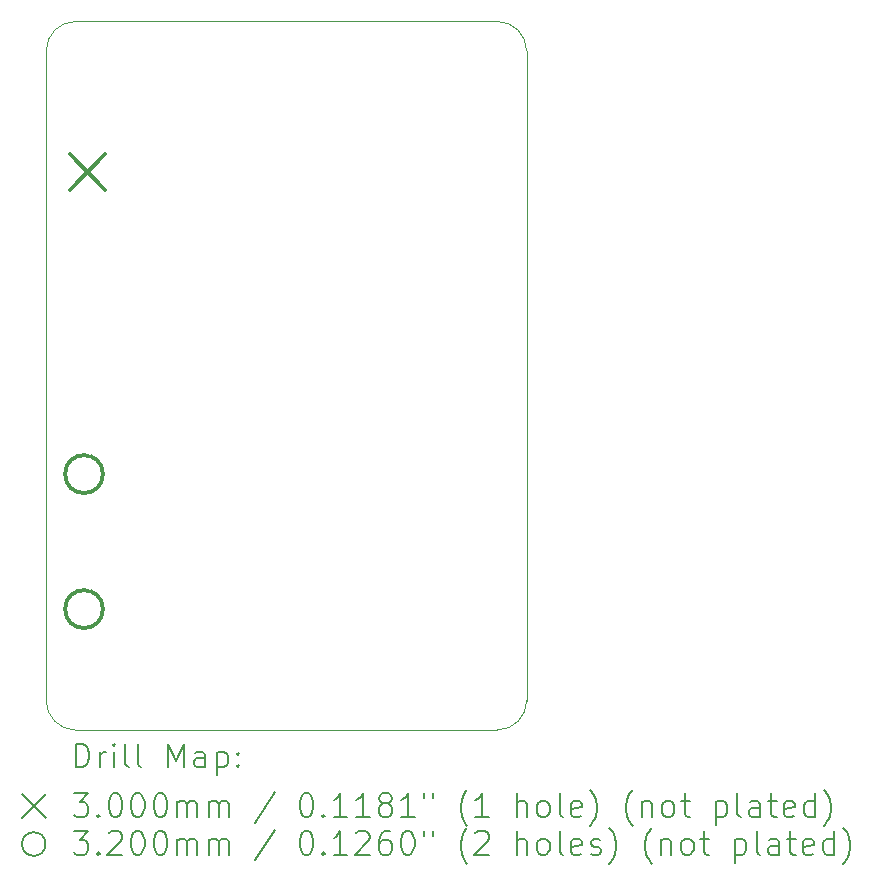
<source format=gbr>
%TF.GenerationSoftware,KiCad,Pcbnew,6.0.7*%
%TF.CreationDate,2022-09-24T12:22:22-05:00*%
%TF.ProjectId,Penguinator-Glue-Board,50656e67-7569-46e6-9174-6f722d476c75,rev?*%
%TF.SameCoordinates,Original*%
%TF.FileFunction,Drillmap*%
%TF.FilePolarity,Positive*%
%FSLAX45Y45*%
G04 Gerber Fmt 4.5, Leading zero omitted, Abs format (unit mm)*
G04 Created by KiCad (PCBNEW 6.0.7) date 2022-09-24 12:22:22*
%MOMM*%
%LPD*%
G01*
G04 APERTURE LIST*
%ADD10C,0.100000*%
%ADD11C,0.200000*%
%ADD12C,0.300000*%
%ADD13C,0.320000*%
G04 APERTURE END LIST*
D10*
X0Y-250000D02*
X0Y-5750000D01*
X4068220Y-250000D02*
G75*
G03*
X3818223Y0I-250000J0D01*
G01*
X250000Y-6000000D02*
X3818223Y-6000000D01*
X4068223Y-5750000D02*
X4068223Y-250000D01*
X250000Y0D02*
X3818223Y0D01*
X0Y-5750000D02*
G75*
G03*
X250000Y-6000000I250000J0D01*
G01*
X3818223Y-6000003D02*
G75*
G03*
X4068223Y-5750000I-3J250003D01*
G01*
X250000Y0D02*
G75*
G03*
X0Y-250000I0J-250000D01*
G01*
D11*
D12*
X198000Y-1125000D02*
X498000Y-1425000D01*
X498000Y-1125000D02*
X198000Y-1425000D01*
D13*
X480000Y-3833000D02*
G75*
G03*
X480000Y-3833000I-160000J0D01*
G01*
X480000Y-4976000D02*
G75*
G03*
X480000Y-4976000I-160000J0D01*
G01*
D11*
X252619Y-6315476D02*
X252619Y-6115476D01*
X300238Y-6115476D01*
X328810Y-6125000D01*
X347857Y-6144048D01*
X357381Y-6163095D01*
X366905Y-6201190D01*
X366905Y-6229762D01*
X357381Y-6267857D01*
X347857Y-6286905D01*
X328810Y-6305952D01*
X300238Y-6315476D01*
X252619Y-6315476D01*
X452619Y-6315476D02*
X452619Y-6182143D01*
X452619Y-6220238D02*
X462143Y-6201190D01*
X471667Y-6191667D01*
X490714Y-6182143D01*
X509762Y-6182143D01*
X576429Y-6315476D02*
X576429Y-6182143D01*
X576429Y-6115476D02*
X566905Y-6125000D01*
X576429Y-6134524D01*
X585952Y-6125000D01*
X576429Y-6115476D01*
X576429Y-6134524D01*
X700238Y-6315476D02*
X681190Y-6305952D01*
X671667Y-6286905D01*
X671667Y-6115476D01*
X805000Y-6315476D02*
X785952Y-6305952D01*
X776428Y-6286905D01*
X776428Y-6115476D01*
X1033571Y-6315476D02*
X1033571Y-6115476D01*
X1100238Y-6258333D01*
X1166905Y-6115476D01*
X1166905Y-6315476D01*
X1347857Y-6315476D02*
X1347857Y-6210714D01*
X1338333Y-6191667D01*
X1319286Y-6182143D01*
X1281190Y-6182143D01*
X1262143Y-6191667D01*
X1347857Y-6305952D02*
X1328810Y-6315476D01*
X1281190Y-6315476D01*
X1262143Y-6305952D01*
X1252619Y-6286905D01*
X1252619Y-6267857D01*
X1262143Y-6248809D01*
X1281190Y-6239286D01*
X1328810Y-6239286D01*
X1347857Y-6229762D01*
X1443095Y-6182143D02*
X1443095Y-6382143D01*
X1443095Y-6191667D02*
X1462143Y-6182143D01*
X1500238Y-6182143D01*
X1519286Y-6191667D01*
X1528809Y-6201190D01*
X1538333Y-6220238D01*
X1538333Y-6277381D01*
X1528809Y-6296428D01*
X1519286Y-6305952D01*
X1500238Y-6315476D01*
X1462143Y-6315476D01*
X1443095Y-6305952D01*
X1624048Y-6296428D02*
X1633571Y-6305952D01*
X1624048Y-6315476D01*
X1614524Y-6305952D01*
X1624048Y-6296428D01*
X1624048Y-6315476D01*
X1624048Y-6191667D02*
X1633571Y-6201190D01*
X1624048Y-6210714D01*
X1614524Y-6201190D01*
X1624048Y-6191667D01*
X1624048Y-6210714D01*
X-205000Y-6545000D02*
X-5000Y-6745000D01*
X-5000Y-6545000D02*
X-205000Y-6745000D01*
X233571Y-6535476D02*
X357381Y-6535476D01*
X290714Y-6611667D01*
X319286Y-6611667D01*
X338333Y-6621190D01*
X347857Y-6630714D01*
X357381Y-6649762D01*
X357381Y-6697381D01*
X347857Y-6716428D01*
X338333Y-6725952D01*
X319286Y-6735476D01*
X262143Y-6735476D01*
X243095Y-6725952D01*
X233571Y-6716428D01*
X443095Y-6716428D02*
X452619Y-6725952D01*
X443095Y-6735476D01*
X433571Y-6725952D01*
X443095Y-6716428D01*
X443095Y-6735476D01*
X576429Y-6535476D02*
X595476Y-6535476D01*
X614524Y-6545000D01*
X624048Y-6554524D01*
X633571Y-6573571D01*
X643095Y-6611667D01*
X643095Y-6659286D01*
X633571Y-6697381D01*
X624048Y-6716428D01*
X614524Y-6725952D01*
X595476Y-6735476D01*
X576429Y-6735476D01*
X557381Y-6725952D01*
X547857Y-6716428D01*
X538333Y-6697381D01*
X528810Y-6659286D01*
X528810Y-6611667D01*
X538333Y-6573571D01*
X547857Y-6554524D01*
X557381Y-6545000D01*
X576429Y-6535476D01*
X766905Y-6535476D02*
X785952Y-6535476D01*
X805000Y-6545000D01*
X814524Y-6554524D01*
X824048Y-6573571D01*
X833571Y-6611667D01*
X833571Y-6659286D01*
X824048Y-6697381D01*
X814524Y-6716428D01*
X805000Y-6725952D01*
X785952Y-6735476D01*
X766905Y-6735476D01*
X747857Y-6725952D01*
X738333Y-6716428D01*
X728809Y-6697381D01*
X719286Y-6659286D01*
X719286Y-6611667D01*
X728809Y-6573571D01*
X738333Y-6554524D01*
X747857Y-6545000D01*
X766905Y-6535476D01*
X957381Y-6535476D02*
X976428Y-6535476D01*
X995476Y-6545000D01*
X1005000Y-6554524D01*
X1014524Y-6573571D01*
X1024048Y-6611667D01*
X1024048Y-6659286D01*
X1014524Y-6697381D01*
X1005000Y-6716428D01*
X995476Y-6725952D01*
X976428Y-6735476D01*
X957381Y-6735476D01*
X938333Y-6725952D01*
X928809Y-6716428D01*
X919286Y-6697381D01*
X909762Y-6659286D01*
X909762Y-6611667D01*
X919286Y-6573571D01*
X928809Y-6554524D01*
X938333Y-6545000D01*
X957381Y-6535476D01*
X1109762Y-6735476D02*
X1109762Y-6602143D01*
X1109762Y-6621190D02*
X1119286Y-6611667D01*
X1138333Y-6602143D01*
X1166905Y-6602143D01*
X1185952Y-6611667D01*
X1195476Y-6630714D01*
X1195476Y-6735476D01*
X1195476Y-6630714D02*
X1205000Y-6611667D01*
X1224048Y-6602143D01*
X1252619Y-6602143D01*
X1271667Y-6611667D01*
X1281190Y-6630714D01*
X1281190Y-6735476D01*
X1376429Y-6735476D02*
X1376429Y-6602143D01*
X1376429Y-6621190D02*
X1385952Y-6611667D01*
X1405000Y-6602143D01*
X1433571Y-6602143D01*
X1452619Y-6611667D01*
X1462143Y-6630714D01*
X1462143Y-6735476D01*
X1462143Y-6630714D02*
X1471667Y-6611667D01*
X1490714Y-6602143D01*
X1519286Y-6602143D01*
X1538333Y-6611667D01*
X1547857Y-6630714D01*
X1547857Y-6735476D01*
X1938333Y-6525952D02*
X1766905Y-6783095D01*
X2195476Y-6535476D02*
X2214524Y-6535476D01*
X2233571Y-6545000D01*
X2243095Y-6554524D01*
X2252619Y-6573571D01*
X2262143Y-6611667D01*
X2262143Y-6659286D01*
X2252619Y-6697381D01*
X2243095Y-6716428D01*
X2233571Y-6725952D01*
X2214524Y-6735476D01*
X2195476Y-6735476D01*
X2176429Y-6725952D01*
X2166905Y-6716428D01*
X2157381Y-6697381D01*
X2147857Y-6659286D01*
X2147857Y-6611667D01*
X2157381Y-6573571D01*
X2166905Y-6554524D01*
X2176429Y-6545000D01*
X2195476Y-6535476D01*
X2347857Y-6716428D02*
X2357381Y-6725952D01*
X2347857Y-6735476D01*
X2338333Y-6725952D01*
X2347857Y-6716428D01*
X2347857Y-6735476D01*
X2547857Y-6735476D02*
X2433571Y-6735476D01*
X2490714Y-6735476D02*
X2490714Y-6535476D01*
X2471667Y-6564048D01*
X2452619Y-6583095D01*
X2433571Y-6592619D01*
X2738333Y-6735476D02*
X2624048Y-6735476D01*
X2681190Y-6735476D02*
X2681190Y-6535476D01*
X2662143Y-6564048D01*
X2643095Y-6583095D01*
X2624048Y-6592619D01*
X2852619Y-6621190D02*
X2833571Y-6611667D01*
X2824048Y-6602143D01*
X2814524Y-6583095D01*
X2814524Y-6573571D01*
X2824048Y-6554524D01*
X2833571Y-6545000D01*
X2852619Y-6535476D01*
X2890714Y-6535476D01*
X2909762Y-6545000D01*
X2919286Y-6554524D01*
X2928809Y-6573571D01*
X2928809Y-6583095D01*
X2919286Y-6602143D01*
X2909762Y-6611667D01*
X2890714Y-6621190D01*
X2852619Y-6621190D01*
X2833571Y-6630714D01*
X2824048Y-6640238D01*
X2814524Y-6659286D01*
X2814524Y-6697381D01*
X2824048Y-6716428D01*
X2833571Y-6725952D01*
X2852619Y-6735476D01*
X2890714Y-6735476D01*
X2909762Y-6725952D01*
X2919286Y-6716428D01*
X2928809Y-6697381D01*
X2928809Y-6659286D01*
X2919286Y-6640238D01*
X2909762Y-6630714D01*
X2890714Y-6621190D01*
X3119286Y-6735476D02*
X3005000Y-6735476D01*
X3062143Y-6735476D02*
X3062143Y-6535476D01*
X3043095Y-6564048D01*
X3024048Y-6583095D01*
X3005000Y-6592619D01*
X3195476Y-6535476D02*
X3195476Y-6573571D01*
X3271667Y-6535476D02*
X3271667Y-6573571D01*
X3566905Y-6811667D02*
X3557381Y-6802143D01*
X3538333Y-6773571D01*
X3528809Y-6754524D01*
X3519286Y-6725952D01*
X3509762Y-6678333D01*
X3509762Y-6640238D01*
X3519286Y-6592619D01*
X3528809Y-6564048D01*
X3538333Y-6545000D01*
X3557381Y-6516428D01*
X3566905Y-6506905D01*
X3747857Y-6735476D02*
X3633571Y-6735476D01*
X3690714Y-6735476D02*
X3690714Y-6535476D01*
X3671667Y-6564048D01*
X3652619Y-6583095D01*
X3633571Y-6592619D01*
X3985952Y-6735476D02*
X3985952Y-6535476D01*
X4071667Y-6735476D02*
X4071667Y-6630714D01*
X4062143Y-6611667D01*
X4043095Y-6602143D01*
X4014524Y-6602143D01*
X3995476Y-6611667D01*
X3985952Y-6621190D01*
X4195476Y-6735476D02*
X4176428Y-6725952D01*
X4166905Y-6716428D01*
X4157381Y-6697381D01*
X4157381Y-6640238D01*
X4166905Y-6621190D01*
X4176428Y-6611667D01*
X4195476Y-6602143D01*
X4224048Y-6602143D01*
X4243095Y-6611667D01*
X4252619Y-6621190D01*
X4262143Y-6640238D01*
X4262143Y-6697381D01*
X4252619Y-6716428D01*
X4243095Y-6725952D01*
X4224048Y-6735476D01*
X4195476Y-6735476D01*
X4376429Y-6735476D02*
X4357381Y-6725952D01*
X4347857Y-6706905D01*
X4347857Y-6535476D01*
X4528810Y-6725952D02*
X4509762Y-6735476D01*
X4471667Y-6735476D01*
X4452619Y-6725952D01*
X4443095Y-6706905D01*
X4443095Y-6630714D01*
X4452619Y-6611667D01*
X4471667Y-6602143D01*
X4509762Y-6602143D01*
X4528810Y-6611667D01*
X4538333Y-6630714D01*
X4538333Y-6649762D01*
X4443095Y-6668809D01*
X4605000Y-6811667D02*
X4614524Y-6802143D01*
X4633571Y-6773571D01*
X4643095Y-6754524D01*
X4652619Y-6725952D01*
X4662143Y-6678333D01*
X4662143Y-6640238D01*
X4652619Y-6592619D01*
X4643095Y-6564048D01*
X4633571Y-6545000D01*
X4614524Y-6516428D01*
X4605000Y-6506905D01*
X4966905Y-6811667D02*
X4957381Y-6802143D01*
X4938333Y-6773571D01*
X4928810Y-6754524D01*
X4919286Y-6725952D01*
X4909762Y-6678333D01*
X4909762Y-6640238D01*
X4919286Y-6592619D01*
X4928810Y-6564048D01*
X4938333Y-6545000D01*
X4957381Y-6516428D01*
X4966905Y-6506905D01*
X5043095Y-6602143D02*
X5043095Y-6735476D01*
X5043095Y-6621190D02*
X5052619Y-6611667D01*
X5071667Y-6602143D01*
X5100238Y-6602143D01*
X5119286Y-6611667D01*
X5128810Y-6630714D01*
X5128810Y-6735476D01*
X5252619Y-6735476D02*
X5233571Y-6725952D01*
X5224048Y-6716428D01*
X5214524Y-6697381D01*
X5214524Y-6640238D01*
X5224048Y-6621190D01*
X5233571Y-6611667D01*
X5252619Y-6602143D01*
X5281190Y-6602143D01*
X5300238Y-6611667D01*
X5309762Y-6621190D01*
X5319286Y-6640238D01*
X5319286Y-6697381D01*
X5309762Y-6716428D01*
X5300238Y-6725952D01*
X5281190Y-6735476D01*
X5252619Y-6735476D01*
X5376429Y-6602143D02*
X5452619Y-6602143D01*
X5405000Y-6535476D02*
X5405000Y-6706905D01*
X5414524Y-6725952D01*
X5433571Y-6735476D01*
X5452619Y-6735476D01*
X5671667Y-6602143D02*
X5671667Y-6802143D01*
X5671667Y-6611667D02*
X5690714Y-6602143D01*
X5728809Y-6602143D01*
X5747857Y-6611667D01*
X5757381Y-6621190D01*
X5766905Y-6640238D01*
X5766905Y-6697381D01*
X5757381Y-6716428D01*
X5747857Y-6725952D01*
X5728809Y-6735476D01*
X5690714Y-6735476D01*
X5671667Y-6725952D01*
X5881190Y-6735476D02*
X5862143Y-6725952D01*
X5852619Y-6706905D01*
X5852619Y-6535476D01*
X6043095Y-6735476D02*
X6043095Y-6630714D01*
X6033571Y-6611667D01*
X6014524Y-6602143D01*
X5976428Y-6602143D01*
X5957381Y-6611667D01*
X6043095Y-6725952D02*
X6024048Y-6735476D01*
X5976428Y-6735476D01*
X5957381Y-6725952D01*
X5947857Y-6706905D01*
X5947857Y-6687857D01*
X5957381Y-6668809D01*
X5976428Y-6659286D01*
X6024048Y-6659286D01*
X6043095Y-6649762D01*
X6109762Y-6602143D02*
X6185952Y-6602143D01*
X6138333Y-6535476D02*
X6138333Y-6706905D01*
X6147857Y-6725952D01*
X6166905Y-6735476D01*
X6185952Y-6735476D01*
X6328809Y-6725952D02*
X6309762Y-6735476D01*
X6271667Y-6735476D01*
X6252619Y-6725952D01*
X6243095Y-6706905D01*
X6243095Y-6630714D01*
X6252619Y-6611667D01*
X6271667Y-6602143D01*
X6309762Y-6602143D01*
X6328809Y-6611667D01*
X6338333Y-6630714D01*
X6338333Y-6649762D01*
X6243095Y-6668809D01*
X6509762Y-6735476D02*
X6509762Y-6535476D01*
X6509762Y-6725952D02*
X6490714Y-6735476D01*
X6452619Y-6735476D01*
X6433571Y-6725952D01*
X6424048Y-6716428D01*
X6414524Y-6697381D01*
X6414524Y-6640238D01*
X6424048Y-6621190D01*
X6433571Y-6611667D01*
X6452619Y-6602143D01*
X6490714Y-6602143D01*
X6509762Y-6611667D01*
X6585952Y-6811667D02*
X6595476Y-6802143D01*
X6614524Y-6773571D01*
X6624048Y-6754524D01*
X6633571Y-6725952D01*
X6643095Y-6678333D01*
X6643095Y-6640238D01*
X6633571Y-6592619D01*
X6624048Y-6564048D01*
X6614524Y-6545000D01*
X6595476Y-6516428D01*
X6585952Y-6506905D01*
X-5000Y-6965000D02*
G75*
G03*
X-5000Y-6965000I-100000J0D01*
G01*
X233571Y-6855476D02*
X357381Y-6855476D01*
X290714Y-6931667D01*
X319286Y-6931667D01*
X338333Y-6941190D01*
X347857Y-6950714D01*
X357381Y-6969762D01*
X357381Y-7017381D01*
X347857Y-7036428D01*
X338333Y-7045952D01*
X319286Y-7055476D01*
X262143Y-7055476D01*
X243095Y-7045952D01*
X233571Y-7036428D01*
X443095Y-7036428D02*
X452619Y-7045952D01*
X443095Y-7055476D01*
X433571Y-7045952D01*
X443095Y-7036428D01*
X443095Y-7055476D01*
X528810Y-6874524D02*
X538333Y-6865000D01*
X557381Y-6855476D01*
X605000Y-6855476D01*
X624048Y-6865000D01*
X633571Y-6874524D01*
X643095Y-6893571D01*
X643095Y-6912619D01*
X633571Y-6941190D01*
X519286Y-7055476D01*
X643095Y-7055476D01*
X766905Y-6855476D02*
X785952Y-6855476D01*
X805000Y-6865000D01*
X814524Y-6874524D01*
X824048Y-6893571D01*
X833571Y-6931667D01*
X833571Y-6979286D01*
X824048Y-7017381D01*
X814524Y-7036428D01*
X805000Y-7045952D01*
X785952Y-7055476D01*
X766905Y-7055476D01*
X747857Y-7045952D01*
X738333Y-7036428D01*
X728809Y-7017381D01*
X719286Y-6979286D01*
X719286Y-6931667D01*
X728809Y-6893571D01*
X738333Y-6874524D01*
X747857Y-6865000D01*
X766905Y-6855476D01*
X957381Y-6855476D02*
X976428Y-6855476D01*
X995476Y-6865000D01*
X1005000Y-6874524D01*
X1014524Y-6893571D01*
X1024048Y-6931667D01*
X1024048Y-6979286D01*
X1014524Y-7017381D01*
X1005000Y-7036428D01*
X995476Y-7045952D01*
X976428Y-7055476D01*
X957381Y-7055476D01*
X938333Y-7045952D01*
X928809Y-7036428D01*
X919286Y-7017381D01*
X909762Y-6979286D01*
X909762Y-6931667D01*
X919286Y-6893571D01*
X928809Y-6874524D01*
X938333Y-6865000D01*
X957381Y-6855476D01*
X1109762Y-7055476D02*
X1109762Y-6922143D01*
X1109762Y-6941190D02*
X1119286Y-6931667D01*
X1138333Y-6922143D01*
X1166905Y-6922143D01*
X1185952Y-6931667D01*
X1195476Y-6950714D01*
X1195476Y-7055476D01*
X1195476Y-6950714D02*
X1205000Y-6931667D01*
X1224048Y-6922143D01*
X1252619Y-6922143D01*
X1271667Y-6931667D01*
X1281190Y-6950714D01*
X1281190Y-7055476D01*
X1376429Y-7055476D02*
X1376429Y-6922143D01*
X1376429Y-6941190D02*
X1385952Y-6931667D01*
X1405000Y-6922143D01*
X1433571Y-6922143D01*
X1452619Y-6931667D01*
X1462143Y-6950714D01*
X1462143Y-7055476D01*
X1462143Y-6950714D02*
X1471667Y-6931667D01*
X1490714Y-6922143D01*
X1519286Y-6922143D01*
X1538333Y-6931667D01*
X1547857Y-6950714D01*
X1547857Y-7055476D01*
X1938333Y-6845952D02*
X1766905Y-7103095D01*
X2195476Y-6855476D02*
X2214524Y-6855476D01*
X2233571Y-6865000D01*
X2243095Y-6874524D01*
X2252619Y-6893571D01*
X2262143Y-6931667D01*
X2262143Y-6979286D01*
X2252619Y-7017381D01*
X2243095Y-7036428D01*
X2233571Y-7045952D01*
X2214524Y-7055476D01*
X2195476Y-7055476D01*
X2176429Y-7045952D01*
X2166905Y-7036428D01*
X2157381Y-7017381D01*
X2147857Y-6979286D01*
X2147857Y-6931667D01*
X2157381Y-6893571D01*
X2166905Y-6874524D01*
X2176429Y-6865000D01*
X2195476Y-6855476D01*
X2347857Y-7036428D02*
X2357381Y-7045952D01*
X2347857Y-7055476D01*
X2338333Y-7045952D01*
X2347857Y-7036428D01*
X2347857Y-7055476D01*
X2547857Y-7055476D02*
X2433571Y-7055476D01*
X2490714Y-7055476D02*
X2490714Y-6855476D01*
X2471667Y-6884048D01*
X2452619Y-6903095D01*
X2433571Y-6912619D01*
X2624048Y-6874524D02*
X2633571Y-6865000D01*
X2652619Y-6855476D01*
X2700238Y-6855476D01*
X2719286Y-6865000D01*
X2728810Y-6874524D01*
X2738333Y-6893571D01*
X2738333Y-6912619D01*
X2728810Y-6941190D01*
X2614524Y-7055476D01*
X2738333Y-7055476D01*
X2909762Y-6855476D02*
X2871667Y-6855476D01*
X2852619Y-6865000D01*
X2843095Y-6874524D01*
X2824048Y-6903095D01*
X2814524Y-6941190D01*
X2814524Y-7017381D01*
X2824048Y-7036428D01*
X2833571Y-7045952D01*
X2852619Y-7055476D01*
X2890714Y-7055476D01*
X2909762Y-7045952D01*
X2919286Y-7036428D01*
X2928809Y-7017381D01*
X2928809Y-6969762D01*
X2919286Y-6950714D01*
X2909762Y-6941190D01*
X2890714Y-6931667D01*
X2852619Y-6931667D01*
X2833571Y-6941190D01*
X2824048Y-6950714D01*
X2814524Y-6969762D01*
X3052619Y-6855476D02*
X3071667Y-6855476D01*
X3090714Y-6865000D01*
X3100238Y-6874524D01*
X3109762Y-6893571D01*
X3119286Y-6931667D01*
X3119286Y-6979286D01*
X3109762Y-7017381D01*
X3100238Y-7036428D01*
X3090714Y-7045952D01*
X3071667Y-7055476D01*
X3052619Y-7055476D01*
X3033571Y-7045952D01*
X3024048Y-7036428D01*
X3014524Y-7017381D01*
X3005000Y-6979286D01*
X3005000Y-6931667D01*
X3014524Y-6893571D01*
X3024048Y-6874524D01*
X3033571Y-6865000D01*
X3052619Y-6855476D01*
X3195476Y-6855476D02*
X3195476Y-6893571D01*
X3271667Y-6855476D02*
X3271667Y-6893571D01*
X3566905Y-7131667D02*
X3557381Y-7122143D01*
X3538333Y-7093571D01*
X3528809Y-7074524D01*
X3519286Y-7045952D01*
X3509762Y-6998333D01*
X3509762Y-6960238D01*
X3519286Y-6912619D01*
X3528809Y-6884048D01*
X3538333Y-6865000D01*
X3557381Y-6836428D01*
X3566905Y-6826905D01*
X3633571Y-6874524D02*
X3643095Y-6865000D01*
X3662143Y-6855476D01*
X3709762Y-6855476D01*
X3728809Y-6865000D01*
X3738333Y-6874524D01*
X3747857Y-6893571D01*
X3747857Y-6912619D01*
X3738333Y-6941190D01*
X3624048Y-7055476D01*
X3747857Y-7055476D01*
X3985952Y-7055476D02*
X3985952Y-6855476D01*
X4071667Y-7055476D02*
X4071667Y-6950714D01*
X4062143Y-6931667D01*
X4043095Y-6922143D01*
X4014524Y-6922143D01*
X3995476Y-6931667D01*
X3985952Y-6941190D01*
X4195476Y-7055476D02*
X4176428Y-7045952D01*
X4166905Y-7036428D01*
X4157381Y-7017381D01*
X4157381Y-6960238D01*
X4166905Y-6941190D01*
X4176428Y-6931667D01*
X4195476Y-6922143D01*
X4224048Y-6922143D01*
X4243095Y-6931667D01*
X4252619Y-6941190D01*
X4262143Y-6960238D01*
X4262143Y-7017381D01*
X4252619Y-7036428D01*
X4243095Y-7045952D01*
X4224048Y-7055476D01*
X4195476Y-7055476D01*
X4376429Y-7055476D02*
X4357381Y-7045952D01*
X4347857Y-7026905D01*
X4347857Y-6855476D01*
X4528810Y-7045952D02*
X4509762Y-7055476D01*
X4471667Y-7055476D01*
X4452619Y-7045952D01*
X4443095Y-7026905D01*
X4443095Y-6950714D01*
X4452619Y-6931667D01*
X4471667Y-6922143D01*
X4509762Y-6922143D01*
X4528810Y-6931667D01*
X4538333Y-6950714D01*
X4538333Y-6969762D01*
X4443095Y-6988809D01*
X4614524Y-7045952D02*
X4633571Y-7055476D01*
X4671667Y-7055476D01*
X4690714Y-7045952D01*
X4700238Y-7026905D01*
X4700238Y-7017381D01*
X4690714Y-6998333D01*
X4671667Y-6988809D01*
X4643095Y-6988809D01*
X4624048Y-6979286D01*
X4614524Y-6960238D01*
X4614524Y-6950714D01*
X4624048Y-6931667D01*
X4643095Y-6922143D01*
X4671667Y-6922143D01*
X4690714Y-6931667D01*
X4766905Y-7131667D02*
X4776429Y-7122143D01*
X4795476Y-7093571D01*
X4805000Y-7074524D01*
X4814524Y-7045952D01*
X4824048Y-6998333D01*
X4824048Y-6960238D01*
X4814524Y-6912619D01*
X4805000Y-6884048D01*
X4795476Y-6865000D01*
X4776429Y-6836428D01*
X4766905Y-6826905D01*
X5128810Y-7131667D02*
X5119286Y-7122143D01*
X5100238Y-7093571D01*
X5090714Y-7074524D01*
X5081190Y-7045952D01*
X5071667Y-6998333D01*
X5071667Y-6960238D01*
X5081190Y-6912619D01*
X5090714Y-6884048D01*
X5100238Y-6865000D01*
X5119286Y-6836428D01*
X5128810Y-6826905D01*
X5205000Y-6922143D02*
X5205000Y-7055476D01*
X5205000Y-6941190D02*
X5214524Y-6931667D01*
X5233571Y-6922143D01*
X5262143Y-6922143D01*
X5281190Y-6931667D01*
X5290714Y-6950714D01*
X5290714Y-7055476D01*
X5414524Y-7055476D02*
X5395476Y-7045952D01*
X5385952Y-7036428D01*
X5376429Y-7017381D01*
X5376429Y-6960238D01*
X5385952Y-6941190D01*
X5395476Y-6931667D01*
X5414524Y-6922143D01*
X5443095Y-6922143D01*
X5462143Y-6931667D01*
X5471667Y-6941190D01*
X5481190Y-6960238D01*
X5481190Y-7017381D01*
X5471667Y-7036428D01*
X5462143Y-7045952D01*
X5443095Y-7055476D01*
X5414524Y-7055476D01*
X5538333Y-6922143D02*
X5614524Y-6922143D01*
X5566905Y-6855476D02*
X5566905Y-7026905D01*
X5576429Y-7045952D01*
X5595476Y-7055476D01*
X5614524Y-7055476D01*
X5833571Y-6922143D02*
X5833571Y-7122143D01*
X5833571Y-6931667D02*
X5852619Y-6922143D01*
X5890714Y-6922143D01*
X5909762Y-6931667D01*
X5919286Y-6941190D01*
X5928809Y-6960238D01*
X5928809Y-7017381D01*
X5919286Y-7036428D01*
X5909762Y-7045952D01*
X5890714Y-7055476D01*
X5852619Y-7055476D01*
X5833571Y-7045952D01*
X6043095Y-7055476D02*
X6024048Y-7045952D01*
X6014524Y-7026905D01*
X6014524Y-6855476D01*
X6205000Y-7055476D02*
X6205000Y-6950714D01*
X6195476Y-6931667D01*
X6176428Y-6922143D01*
X6138333Y-6922143D01*
X6119286Y-6931667D01*
X6205000Y-7045952D02*
X6185952Y-7055476D01*
X6138333Y-7055476D01*
X6119286Y-7045952D01*
X6109762Y-7026905D01*
X6109762Y-7007857D01*
X6119286Y-6988809D01*
X6138333Y-6979286D01*
X6185952Y-6979286D01*
X6205000Y-6969762D01*
X6271667Y-6922143D02*
X6347857Y-6922143D01*
X6300238Y-6855476D02*
X6300238Y-7026905D01*
X6309762Y-7045952D01*
X6328809Y-7055476D01*
X6347857Y-7055476D01*
X6490714Y-7045952D02*
X6471667Y-7055476D01*
X6433571Y-7055476D01*
X6414524Y-7045952D01*
X6405000Y-7026905D01*
X6405000Y-6950714D01*
X6414524Y-6931667D01*
X6433571Y-6922143D01*
X6471667Y-6922143D01*
X6490714Y-6931667D01*
X6500238Y-6950714D01*
X6500238Y-6969762D01*
X6405000Y-6988809D01*
X6671667Y-7055476D02*
X6671667Y-6855476D01*
X6671667Y-7045952D02*
X6652619Y-7055476D01*
X6614524Y-7055476D01*
X6595476Y-7045952D01*
X6585952Y-7036428D01*
X6576428Y-7017381D01*
X6576428Y-6960238D01*
X6585952Y-6941190D01*
X6595476Y-6931667D01*
X6614524Y-6922143D01*
X6652619Y-6922143D01*
X6671667Y-6931667D01*
X6747857Y-7131667D02*
X6757381Y-7122143D01*
X6776428Y-7093571D01*
X6785952Y-7074524D01*
X6795476Y-7045952D01*
X6805000Y-6998333D01*
X6805000Y-6960238D01*
X6795476Y-6912619D01*
X6785952Y-6884048D01*
X6776428Y-6865000D01*
X6757381Y-6836428D01*
X6747857Y-6826905D01*
M02*

</source>
